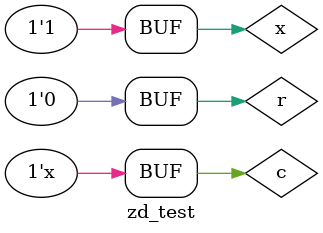
<source format=v>
`timescale 1ns / 1ps

module zd_test;

	// Inputs
	reg x;
	reg c;
	reg r;

	// Outputs
	wire y;

	// Instantiate the Unit Under Test (UUT)
	zd uut (
		.y(y), 
		.x(x), 
		.c(c), 
		.r(r)
	);

	initial begin
		// Initialize Inputs
		x = 0;
		c = 0;
		r = 0;


		#6;x=1;
		#3; x=0;
		#3; r=1;
		#3; x=1;
		#3; r=0;
		#3; x=0;
		#3; x=1;
		#3; x=0;
		#3; x=1;
		#3; x=1;
		
		
        
		

	end
      always #2 c=~c;
endmodule


</source>
